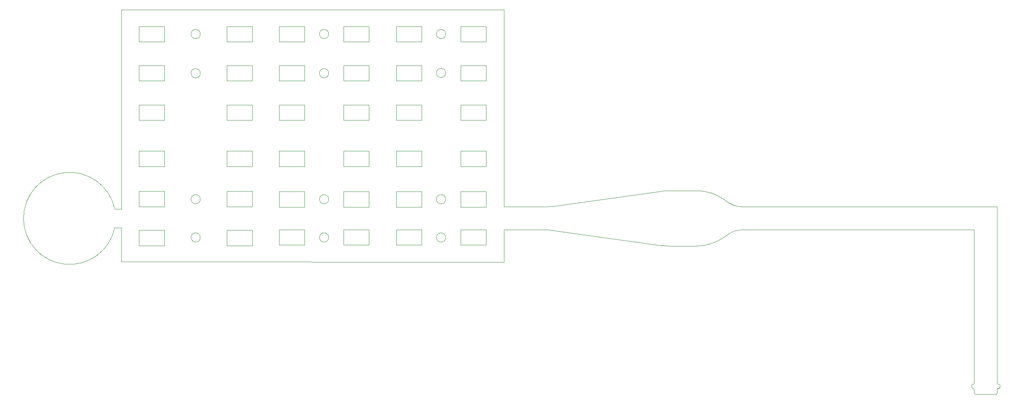
<source format=gko>
G04*
G04 #@! TF.GenerationSoftware,Altium Limited,Altium Designer,18.0.7 (293)*
G04*
G04 Layer_Color=16711935*
%FSAX25Y25*%
%MOIN*%
G70*
G01*
G75*
%ADD30C,0.00050*%
D30*
X2421115Y-0054350D02*
G03*
X2420816Y-0053837I-0000591J0000000D01*
G01*
X2419540Y-0050020D02*
G03*
X2418950Y-0050610I0000000J-0000591D01*
G01*
X2420524Y-0050020D02*
G03*
X2421115Y-0049429I0000000J0000591D01*
G01*
X2222596Y0081913D02*
G03*
X2211307Y0078354I0000000J-0019685D01*
G01*
X2184295Y0068133D02*
G03*
X2206872Y0075250I0000000J0039370D01*
G01*
X2154619Y0068513D02*
G03*
X2160078Y0068133I0005459J0038990D01*
G01*
X2061626Y0081532D02*
G03*
X2056168Y0081913I-0005459J-0038990D01*
G01*
X1687349Y0099629D02*
G03*
X1687349Y0083881I-0038575J-0007874D01*
G01*
X2056168Y0101598D02*
G03*
X2061626Y0101978I0000000J0039370D01*
G01*
X2160078Y0115377D02*
G03*
X2154619Y0114997I0000000J-0039370D01*
G01*
X2206872Y0108260D02*
G03*
X2184295Y0115377I-0022577J-0032253D01*
G01*
X2211307Y0105156D02*
G03*
X2222596Y0101598I0011289J0016127D01*
G01*
X2440800Y-0049429D02*
G03*
X2441391Y-0050020I0000591J0000000D01*
G01*
X2442965Y-0050610D02*
G03*
X2442375Y-0050020I-0000591J0000000D01*
G01*
X2441099Y-0053837D02*
G03*
X2440800Y-0054350I0000292J-0000513D01*
G01*
X2439619Y-0058681D02*
G03*
X2440800Y-0057500I0000000J0001181D01*
G01*
X2421115D02*
G03*
X2422296Y-0058681I0001181J0000000D01*
G01*
X1760340Y0215850D02*
G03*
X1760340Y0215850I-0003937J0000000D01*
G01*
X1870007Y0108129D02*
G03*
X1870007Y0108129I-0003937J0000000D01*
G01*
X1969878D02*
G03*
X1969878Y0108129I-0003937J0000000D01*
G01*
X1870007Y0215850D02*
G03*
X1870007Y0215850I-0003937J0000000D01*
G01*
Y0249306D02*
G03*
X1870007Y0249306I-0003937J0000000D01*
G01*
X1969878Y0075375D02*
G03*
X1969878Y0075375I-0003937J0000000D01*
G01*
Y0249306D02*
G03*
X1969878Y0249306I-0003937J0000000D01*
G01*
X1760340D02*
G03*
X1760340Y0249306I-0003937J0000000D01*
G01*
X1870007Y0075446D02*
G03*
X1870007Y0075446I-0003937J0000000D01*
G01*
X1969878Y0216011D02*
G03*
X1969878Y0216011I-0003937J0000000D01*
G01*
X1760363Y0108129D02*
G03*
X1760363Y0108129I-0003937J0000000D01*
G01*
Y0075446D02*
G03*
X1760363Y0075446I-0003937J0000000D01*
G01*
X2421115Y-0049429D02*
Y0081913D01*
X2440800Y-0049429D02*
Y0101598D01*
X2421115Y-0057500D02*
Y-0054350D01*
X2418950Y-0052776D02*
X2420816Y-0053837D01*
X2418950Y-0052776D02*
Y-0050610D01*
X2419540Y-0050020D02*
X2420524D01*
X2222596Y0081913D02*
X2421115D01*
X2206872Y0075250D02*
X2211307Y0078354D01*
X2160078Y0068133D02*
X2184295D01*
X2061626Y0081532D02*
X2154619Y0068513D01*
X2019540Y0081913D02*
X2056168D01*
X2019540Y0054546D02*
Y0081913D01*
X1692869Y0054590D02*
X2019540Y0054546D01*
X1692869Y0054590D02*
Y0083881D01*
X1687349D02*
X1692869D01*
X1687349Y0099629D02*
X1692869D01*
Y0270151D01*
X2019540D01*
Y0101598D02*
Y0270151D01*
Y0101598D02*
X2056168D01*
X2061626Y0101978D02*
X2154619Y0114997D01*
X2160078Y0115377D02*
X2184295D01*
X2206872Y0108260D02*
X2211307Y0105156D01*
X2222596Y0101598D02*
X2440800D01*
X2441391Y-0050020D02*
X2442375D01*
X2442965Y-0052776D02*
Y-0050610D01*
X2441099Y-0053837D02*
X2442965Y-0052776D01*
X2440800Y-0057500D02*
Y-0054350D01*
X2422296Y-0058681D02*
X2439619D01*
X1708049Y0209449D02*
X1729703D01*
Y0222549D01*
X1708049D02*
X1729703D01*
X1708049Y0209449D02*
Y0222549D01*
X1782928D02*
X1804581D01*
X1782928Y0209449D02*
Y0222549D01*
Y0209449D02*
X1804581D01*
Y0222549D01*
X1882803Y0114733D02*
X1904457D01*
X1882803Y0101525D02*
Y0114733D01*
Y0101525D02*
X1904457D01*
Y0114733D01*
X1849498Y0101525D02*
Y0114733D01*
X1827845D02*
X1849498D01*
X1827845Y0101525D02*
Y0114733D01*
Y0101525D02*
X1849498D01*
X1927727Y0114733D02*
X1949380D01*
X1927727Y0101525D02*
Y0114733D01*
Y0101525D02*
X1949380D01*
Y0114733D01*
X1982685D02*
X2004338D01*
X1982685Y0101525D02*
Y0114733D01*
Y0101525D02*
X2004338D01*
Y0114733D01*
X1804581Y0136221D02*
Y0149321D01*
X1782928D02*
X1804581D01*
X1782928Y0136221D02*
Y0149321D01*
Y0136221D02*
X1804581D01*
X1729703D02*
Y0149321D01*
X1708049D02*
X1729703D01*
X1708049Y0136221D02*
Y0149321D01*
Y0136221D02*
X1729703D01*
X1904384D02*
Y0149321D01*
X1882731D02*
X1904384D01*
X1882731Y0136221D02*
Y0149321D01*
Y0136221D02*
X1904384D01*
X1849388D02*
Y0149321D01*
X1827734D02*
X1849388D01*
X1827734Y0136221D02*
Y0149321D01*
Y0136221D02*
X1849388D01*
X2004266D02*
Y0149321D01*
X1982613D02*
X2004266D01*
X1982613Y0136221D02*
Y0149321D01*
Y0136221D02*
X2004266D01*
X1949270D02*
Y0149321D01*
X1927616D02*
X1949270D01*
X1927616Y0136221D02*
Y0149321D01*
Y0136221D02*
X1949270D01*
X1804581Y0175591D02*
Y0188691D01*
X1782928D02*
X1804581D01*
X1782928Y0175591D02*
Y0188691D01*
Y0175591D02*
X1804581D01*
X1729703D02*
Y0188691D01*
X1708049D02*
X1729703D01*
X1708049Y0175591D02*
Y0188691D01*
Y0175591D02*
X1729703D01*
X1904384D02*
Y0188691D01*
X1882731D02*
X1904384D01*
X1882731Y0175591D02*
Y0188691D01*
Y0175591D02*
X1904384D01*
X1849388D02*
Y0188691D01*
X1827734D02*
X1849388D01*
X1827734Y0175591D02*
Y0188691D01*
Y0175591D02*
X1849388D01*
X2004266D02*
Y0188691D01*
X1982613D02*
X2004266D01*
X1982613Y0175591D02*
Y0188691D01*
Y0175591D02*
X2004266D01*
X1949270D02*
Y0188691D01*
X1927616D02*
X1949270D01*
X1927616Y0175591D02*
Y0188691D01*
Y0175591D02*
X1949270D01*
X1827734Y0209449D02*
X1849388D01*
Y0222549D01*
X1827734D02*
X1849388D01*
X1827734Y0209449D02*
Y0222549D01*
X1882731Y0209449D02*
X1904384D01*
Y0222549D01*
X1882731D02*
X1904384D01*
X1882731Y0209449D02*
Y0222549D01*
X1827734Y0242756D02*
X1849388D01*
Y0255856D01*
X1827734D02*
X1849388D01*
X1827734Y0242756D02*
Y0255856D01*
X1882731Y0242756D02*
X1904384D01*
Y0255856D01*
X1882731D02*
X1904384D01*
X1882731Y0242756D02*
Y0255856D01*
X1982685Y0082213D02*
X2004338D01*
X1982685Y0069006D02*
Y0082213D01*
Y0069006D02*
X2004338D01*
Y0082213D01*
X1949380Y0069006D02*
Y0082213D01*
X1927727D02*
X1949380D01*
X1927727Y0069006D02*
Y0082213D01*
Y0069006D02*
X1949380D01*
X1982613Y0255856D02*
X2004266D01*
X1982613Y0242756D02*
Y0255856D01*
Y0242756D02*
X2004266D01*
Y0255856D01*
X1927616D02*
X1949270D01*
X1927616Y0242756D02*
Y0255856D01*
Y0242756D02*
X1949270D01*
Y0255856D01*
X1708049Y0242756D02*
X1729703D01*
Y0255856D01*
X1708049D02*
X1729703D01*
X1708049Y0242756D02*
Y0255856D01*
X1804581Y0242756D02*
Y0255856D01*
X1782928D02*
X1804581D01*
X1782928Y0242756D02*
Y0255856D01*
Y0242756D02*
X1804581D01*
X1882803Y0082213D02*
X1904457D01*
X1882803Y0069006D02*
Y0082213D01*
Y0069006D02*
X1904457D01*
Y0082213D01*
X1849498Y0069006D02*
Y0082213D01*
X1827845D02*
X1849498D01*
X1827845Y0069006D02*
Y0082213D01*
Y0069006D02*
X1849498D01*
X1982613Y0209449D02*
X2004266D01*
Y0222549D01*
X1982613D02*
X2004266D01*
X1982613Y0209449D02*
Y0222549D01*
X1927616Y0209449D02*
X1949270D01*
Y0222549D01*
X1927616D02*
X1949270D01*
X1927616Y0209449D02*
Y0222549D01*
X1782928Y0114911D02*
X1804581D01*
X1782928Y0101811D02*
Y0114911D01*
Y0101811D02*
X1804581D01*
Y0114911D01*
X1729703Y0101811D02*
Y0114911D01*
X1708049D02*
X1729703D01*
X1708049Y0101811D02*
Y0114911D01*
Y0101811D02*
X1729703D01*
X1782928Y0081604D02*
X1804581D01*
X1782928Y0068504D02*
Y0081604D01*
Y0068504D02*
X1804581D01*
Y0081604D01*
X1708049D02*
X1729703D01*
X1708049Y0068504D02*
Y0081604D01*
Y0068504D02*
X1729703D01*
Y0081604D01*
M02*

</source>
